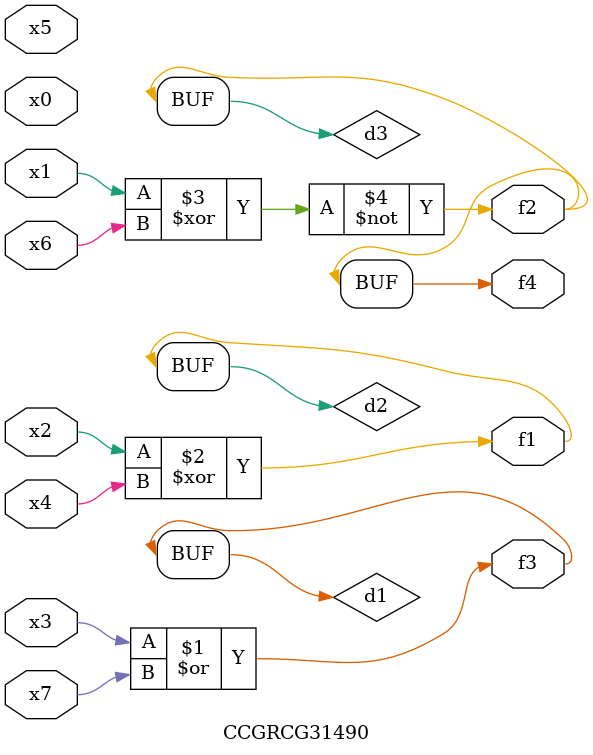
<source format=v>
module CCGRCG31490(
	input x0, x1, x2, x3, x4, x5, x6, x7,
	output f1, f2, f3, f4
);

	wire d1, d2, d3;

	or (d1, x3, x7);
	xor (d2, x2, x4);
	xnor (d3, x1, x6);
	assign f1 = d2;
	assign f2 = d3;
	assign f3 = d1;
	assign f4 = d3;
endmodule

</source>
